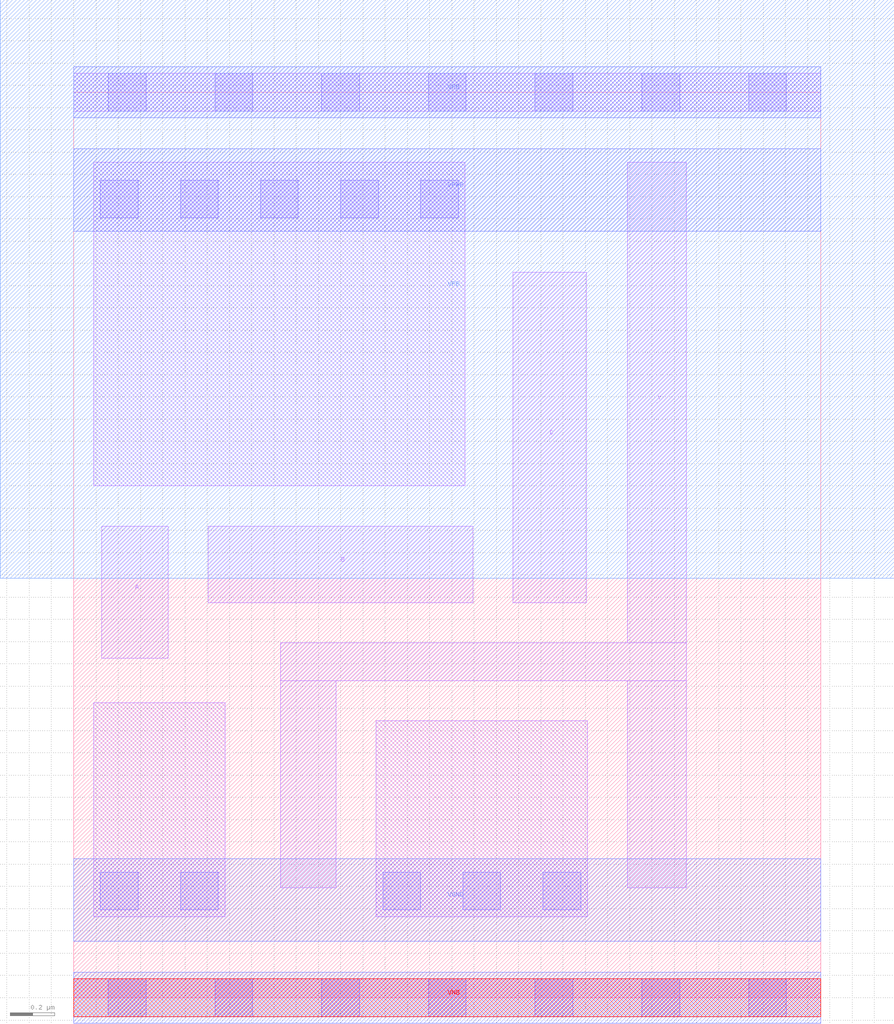
<source format=lef>
# Copyright 2020 The SkyWater PDK Authors
#
# Licensed under the Apache License, Version 2.0 (the "License");
# you may not use this file except in compliance with the License.
# You may obtain a copy of the License at
#
#     https://www.apache.org/licenses/LICENSE-2.0
#
# Unless required by applicable law or agreed to in writing, software
# distributed under the License is distributed on an "AS IS" BASIS,
# WITHOUT WARRANTIES OR CONDITIONS OF ANY KIND, either express or implied.
# See the License for the specific language governing permissions and
# limitations under the License.
#
# SPDX-License-Identifier: Apache-2.0

VERSION 5.7 ;
  NOWIREEXTENSIONATPIN ON ;
  DIVIDERCHAR "/" ;
  BUSBITCHARS "[]" ;
MACRO sky130_fd_sc_hvl__nor3_1
  CLASS CORE ;
  FOREIGN sky130_fd_sc_hvl__nor3_1 ;
  ORIGIN  0.000000  0.000000 ;
  SIZE  3.360000 BY  4.070000 ;
  SYMMETRY X Y ;
  SITE unithv ;
  PIN A
    ANTENNAGATEAREA  1.125000 ;
    DIRECTION INPUT ;
    USE SIGNAL ;
    PORT
      LAYER li1 ;
        RECT 0.125000 1.525000 0.425000 2.120000 ;
    END
  END A
  PIN B
    ANTENNAGATEAREA  1.125000 ;
    DIRECTION INPUT ;
    USE SIGNAL ;
    PORT
      LAYER li1 ;
        RECT 0.605000 1.775000 1.795000 2.120000 ;
    END
  END B
  PIN C
    ANTENNAGATEAREA  1.125000 ;
    DIRECTION INPUT ;
    USE SIGNAL ;
    PORT
      LAYER li1 ;
        RECT 1.975000 1.775000 2.305000 3.260000 ;
    END
  END C
  PIN Y
    ANTENNADIFFAREA  0.836250 ;
    DIRECTION OUTPUT ;
    USE SIGNAL ;
    PORT
      LAYER li1 ;
        RECT 0.930000 0.495000 1.180000 1.425000 ;
        RECT 0.930000 1.425000 2.755000 1.595000 ;
        RECT 2.490000 0.495000 2.755000 1.425000 ;
        RECT 2.490000 1.595000 2.755000 3.755000 ;
    END
  END Y
  PIN VGND
    DIRECTION INOUT ;
    USE GROUND ;
    PORT
      LAYER met1 ;
        RECT 0.000000 0.255000 3.360000 0.625000 ;
    END
  END VGND
  PIN VNB
    DIRECTION INOUT ;
    USE GROUND ;
    PORT
      LAYER met1 ;
        RECT 0.000000 -0.115000 3.360000 0.115000 ;
      LAYER pwell ;
        RECT 0.000000 -0.085000 3.360000 0.085000 ;
    END
  END VNB
  PIN VPB
    DIRECTION INOUT ;
    USE POWER ;
    PORT
      LAYER met1 ;
        RECT 0.000000 3.955000 3.360000 4.185000 ;
      LAYER nwell ;
        RECT -0.330000 1.885000 3.690000 4.485000 ;
    END
  END VPB
  PIN VPWR
    DIRECTION INOUT ;
    USE POWER ;
    PORT
      LAYER met1 ;
        RECT 0.000000 3.445000 3.360000 3.815000 ;
    END
  END VPWR
  OBS
    LAYER li1 ;
      RECT 0.000000 -0.085000 3.360000 0.085000 ;
      RECT 0.000000  3.985000 3.360000 4.155000 ;
      RECT 0.090000  0.365000 0.680000 1.325000 ;
      RECT 0.090000  2.300000 1.760000 3.755000 ;
      RECT 1.360000  0.365000 2.310000 1.245000 ;
    LAYER mcon ;
      RECT 0.120000  0.395000 0.290000 0.565000 ;
      RECT 0.120000  3.505000 0.290000 3.675000 ;
      RECT 0.155000 -0.085000 0.325000 0.085000 ;
      RECT 0.155000  3.985000 0.325000 4.155000 ;
      RECT 0.480000  0.395000 0.650000 0.565000 ;
      RECT 0.480000  3.505000 0.650000 3.675000 ;
      RECT 0.635000 -0.085000 0.805000 0.085000 ;
      RECT 0.635000  3.985000 0.805000 4.155000 ;
      RECT 0.840000  3.505000 1.010000 3.675000 ;
      RECT 1.115000 -0.085000 1.285000 0.085000 ;
      RECT 1.115000  3.985000 1.285000 4.155000 ;
      RECT 1.200000  3.505000 1.370000 3.675000 ;
      RECT 1.390000  0.395000 1.560000 0.565000 ;
      RECT 1.560000  3.505000 1.730000 3.675000 ;
      RECT 1.595000 -0.085000 1.765000 0.085000 ;
      RECT 1.595000  3.985000 1.765000 4.155000 ;
      RECT 1.750000  0.395000 1.920000 0.565000 ;
      RECT 2.075000 -0.085000 2.245000 0.085000 ;
      RECT 2.075000  3.985000 2.245000 4.155000 ;
      RECT 2.110000  0.395000 2.280000 0.565000 ;
      RECT 2.555000 -0.085000 2.725000 0.085000 ;
      RECT 2.555000  3.985000 2.725000 4.155000 ;
      RECT 3.035000 -0.085000 3.205000 0.085000 ;
      RECT 3.035000  3.985000 3.205000 4.155000 ;
  END
END sky130_fd_sc_hvl__nor3_1
END LIBRARY

</source>
